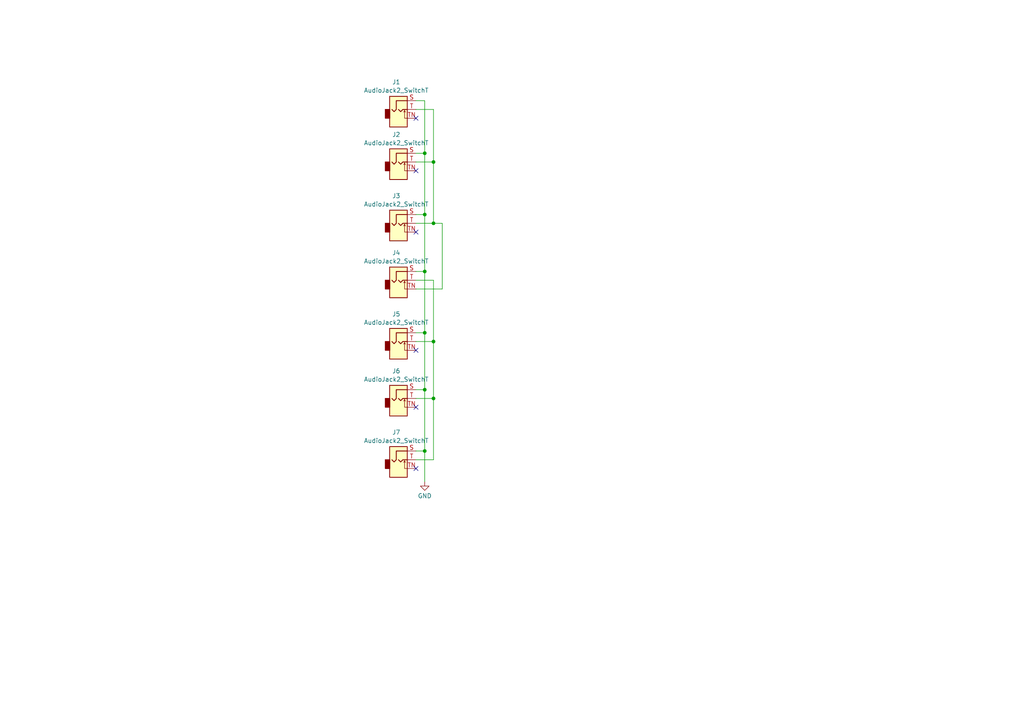
<source format=kicad_sch>
(kicad_sch
	(version 20231120)
	(generator "eeschema")
	(generator_version "8.0")
	(uuid "7ad7fa9d-347a-4bec-8ede-34dcb16853c3")
	(paper "A4")
	(lib_symbols
		(symbol "Connector_Audio:AudioJack2_SwitchT"
			(exclude_from_sim no)
			(in_bom yes)
			(on_board yes)
			(property "Reference" "J"
				(at 0 8.89 0)
				(effects
					(font
						(size 1.27 1.27)
					)
				)
			)
			(property "Value" "AudioJack2_SwitchT"
				(at 0 6.35 0)
				(effects
					(font
						(size 1.27 1.27)
					)
				)
			)
			(property "Footprint" ""
				(at 0 0 0)
				(effects
					(font
						(size 1.27 1.27)
					)
					(hide yes)
				)
			)
			(property "Datasheet" "~"
				(at 0 0 0)
				(effects
					(font
						(size 1.27 1.27)
					)
					(hide yes)
				)
			)
			(property "Description" "Audio Jack, 2 Poles (Mono / TS), Switched T Pole (Normalling)"
				(at 0 0 0)
				(effects
					(font
						(size 1.27 1.27)
					)
					(hide yes)
				)
			)
			(property "ki_keywords" "audio jack receptacle mono headphones phone TS connector"
				(at 0 0 0)
				(effects
					(font
						(size 1.27 1.27)
					)
					(hide yes)
				)
			)
			(property "ki_fp_filters" "Jack*"
				(at 0 0 0)
				(effects
					(font
						(size 1.27 1.27)
					)
					(hide yes)
				)
			)
			(symbol "AudioJack2_SwitchT_0_1"
				(rectangle
					(start -2.54 0)
					(end -3.81 -2.54)
					(stroke
						(width 0.254)
						(type default)
					)
					(fill
						(type outline)
					)
				)
				(polyline
					(pts
						(xy 1.778 -0.254) (xy 2.032 -0.762)
					)
					(stroke
						(width 0)
						(type default)
					)
					(fill
						(type none)
					)
				)
				(polyline
					(pts
						(xy 0 0) (xy 0.635 -0.635) (xy 1.27 0) (xy 2.54 0)
					)
					(stroke
						(width 0.254)
						(type default)
					)
					(fill
						(type none)
					)
				)
				(polyline
					(pts
						(xy 2.54 -2.54) (xy 1.778 -2.54) (xy 1.778 -0.254) (xy 1.524 -0.762)
					)
					(stroke
						(width 0)
						(type default)
					)
					(fill
						(type none)
					)
				)
				(polyline
					(pts
						(xy 2.54 2.54) (xy -0.635 2.54) (xy -0.635 0) (xy -1.27 -0.635) (xy -1.905 0)
					)
					(stroke
						(width 0.254)
						(type default)
					)
					(fill
						(type none)
					)
				)
				(rectangle
					(start 2.54 3.81)
					(end -2.54 -5.08)
					(stroke
						(width 0.254)
						(type default)
					)
					(fill
						(type background)
					)
				)
			)
			(symbol "AudioJack2_SwitchT_1_1"
				(pin passive line
					(at 5.08 2.54 180)
					(length 2.54)
					(name "~"
						(effects
							(font
								(size 1.27 1.27)
							)
						)
					)
					(number "S"
						(effects
							(font
								(size 1.27 1.27)
							)
						)
					)
				)
				(pin passive line
					(at 5.08 0 180)
					(length 2.54)
					(name "~"
						(effects
							(font
								(size 1.27 1.27)
							)
						)
					)
					(number "T"
						(effects
							(font
								(size 1.27 1.27)
							)
						)
					)
				)
				(pin passive line
					(at 5.08 -2.54 180)
					(length 2.54)
					(name "~"
						(effects
							(font
								(size 1.27 1.27)
							)
						)
					)
					(number "TN"
						(effects
							(font
								(size 1.27 1.27)
							)
						)
					)
				)
			)
		)
		(symbol "power:GND"
			(power)
			(pin_numbers hide)
			(pin_names
				(offset 0) hide)
			(exclude_from_sim no)
			(in_bom yes)
			(on_board yes)
			(property "Reference" "#PWR"
				(at 0 -6.35 0)
				(effects
					(font
						(size 1.27 1.27)
					)
					(hide yes)
				)
			)
			(property "Value" "GND"
				(at 0 -3.81 0)
				(effects
					(font
						(size 1.27 1.27)
					)
				)
			)
			(property "Footprint" ""
				(at 0 0 0)
				(effects
					(font
						(size 1.27 1.27)
					)
					(hide yes)
				)
			)
			(property "Datasheet" ""
				(at 0 0 0)
				(effects
					(font
						(size 1.27 1.27)
					)
					(hide yes)
				)
			)
			(property "Description" "Power symbol creates a global label with name \"GND\" , ground"
				(at 0 0 0)
				(effects
					(font
						(size 1.27 1.27)
					)
					(hide yes)
				)
			)
			(property "ki_keywords" "global power"
				(at 0 0 0)
				(effects
					(font
						(size 1.27 1.27)
					)
					(hide yes)
				)
			)
			(symbol "GND_0_1"
				(polyline
					(pts
						(xy 0 0) (xy 0 -1.27) (xy 1.27 -1.27) (xy 0 -2.54) (xy -1.27 -1.27) (xy 0 -1.27)
					)
					(stroke
						(width 0)
						(type default)
					)
					(fill
						(type none)
					)
				)
			)
			(symbol "GND_1_1"
				(pin power_in line
					(at 0 0 270)
					(length 0)
					(name "~"
						(effects
							(font
								(size 1.27 1.27)
							)
						)
					)
					(number "1"
						(effects
							(font
								(size 1.27 1.27)
							)
						)
					)
				)
			)
		)
	)
	(junction
		(at 125.73 64.77)
		(diameter 0)
		(color 0 0 0 0)
		(uuid "0202714a-4d13-4d1b-a636-990d510e9920")
	)
	(junction
		(at 123.19 96.52)
		(diameter 0)
		(color 0 0 0 0)
		(uuid "0d0d5756-eccd-4eeb-ae8d-cb4e5e4b3381")
	)
	(junction
		(at 125.73 46.99)
		(diameter 0)
		(color 0 0 0 0)
		(uuid "1c370da4-7a1b-4302-ac0c-2f8cdc620ecb")
	)
	(junction
		(at 123.19 130.81)
		(diameter 0)
		(color 0 0 0 0)
		(uuid "20ee8625-2b59-435d-8021-b50774fd5416")
	)
	(junction
		(at 125.73 115.57)
		(diameter 0)
		(color 0 0 0 0)
		(uuid "23899c08-27e8-4b24-8450-5168281ca2c5")
	)
	(junction
		(at 123.19 78.74)
		(diameter 0)
		(color 0 0 0 0)
		(uuid "3e8e83fb-e5c8-4492-a1b7-6df140b5c4b5")
	)
	(junction
		(at 123.19 62.23)
		(diameter 0)
		(color 0 0 0 0)
		(uuid "6db9dbe0-665d-4b54-9d96-7914dc32bb06")
	)
	(junction
		(at 125.73 99.06)
		(diameter 0)
		(color 0 0 0 0)
		(uuid "7cd74828-af06-4f54-81c8-c97078663c7f")
	)
	(junction
		(at 123.19 44.45)
		(diameter 0)
		(color 0 0 0 0)
		(uuid "92ba3c1c-d34d-4ad7-9994-203b4c841b56")
	)
	(junction
		(at 123.19 113.03)
		(diameter 0)
		(color 0 0 0 0)
		(uuid "f526d1a1-197f-4d8f-8b21-912f47c67b86")
	)
	(no_connect
		(at 120.65 34.29)
		(uuid "2b8cdf69-1913-4c85-ac92-8ff987dd1218")
	)
	(no_connect
		(at 120.65 49.53)
		(uuid "778a7c89-e238-409b-b787-fa09a904444c")
	)
	(no_connect
		(at 120.65 118.11)
		(uuid "7b7721fb-a281-4e47-8a19-d8b02eb4c67e")
	)
	(no_connect
		(at 120.65 101.6)
		(uuid "97975d16-758a-47b3-b239-0e3b1cdf00ef")
	)
	(no_connect
		(at 120.65 67.31)
		(uuid "b6b49810-e632-43b7-ab7e-393015408841")
	)
	(no_connect
		(at 120.65 135.89)
		(uuid "c745d78a-dce3-4e92-9045-9b4d9adca81f")
	)
	(wire
		(pts
			(xy 123.19 130.81) (xy 123.19 139.7)
		)
		(stroke
			(width 0)
			(type default)
		)
		(uuid "033cf6dd-f61f-4cea-a3d3-17136781e18d")
	)
	(wire
		(pts
			(xy 128.27 83.82) (xy 128.27 64.77)
		)
		(stroke
			(width 0)
			(type default)
		)
		(uuid "06d2050d-6483-4265-8300-6c77ea3ad49b")
	)
	(wire
		(pts
			(xy 123.19 29.21) (xy 120.65 29.21)
		)
		(stroke
			(width 0)
			(type default)
		)
		(uuid "15ddfc89-2892-4bf5-9669-fe2a79bb00e1")
	)
	(wire
		(pts
			(xy 128.27 64.77) (xy 125.73 64.77)
		)
		(stroke
			(width 0)
			(type default)
		)
		(uuid "32110240-cad5-4ed1-8a0a-bb4da557cfb0")
	)
	(wire
		(pts
			(xy 120.65 99.06) (xy 125.73 99.06)
		)
		(stroke
			(width 0)
			(type default)
		)
		(uuid "3ef9c7a5-24cf-4aa4-916c-cc56239805db")
	)
	(wire
		(pts
			(xy 120.65 64.77) (xy 125.73 64.77)
		)
		(stroke
			(width 0)
			(type default)
		)
		(uuid "5cf59438-8a56-48d8-952c-ecb28d3996fb")
	)
	(wire
		(pts
			(xy 120.65 46.99) (xy 125.73 46.99)
		)
		(stroke
			(width 0)
			(type default)
		)
		(uuid "6662c9db-8228-47e2-bbf2-9fde3aa2c0a4")
	)
	(wire
		(pts
			(xy 123.19 62.23) (xy 120.65 62.23)
		)
		(stroke
			(width 0)
			(type default)
		)
		(uuid "66f675e8-248a-40dc-af17-9ca3c44f8346")
	)
	(wire
		(pts
			(xy 125.73 133.35) (xy 120.65 133.35)
		)
		(stroke
			(width 0)
			(type default)
		)
		(uuid "68c72a9b-ea4e-4cc1-aa35-ee625af30a34")
	)
	(wire
		(pts
			(xy 120.65 78.74) (xy 123.19 78.74)
		)
		(stroke
			(width 0)
			(type default)
		)
		(uuid "7f8435ab-bcca-4b22-a05a-04c1e733068d")
	)
	(wire
		(pts
			(xy 120.65 81.28) (xy 125.73 81.28)
		)
		(stroke
			(width 0)
			(type default)
		)
		(uuid "80e0b0f3-2153-4e71-938f-1be5c337c624")
	)
	(wire
		(pts
			(xy 120.65 96.52) (xy 123.19 96.52)
		)
		(stroke
			(width 0)
			(type default)
		)
		(uuid "8c7e02e6-13b5-4f7f-8e0a-2c286bd64a9f")
	)
	(wire
		(pts
			(xy 123.19 62.23) (xy 123.19 78.74)
		)
		(stroke
			(width 0)
			(type default)
		)
		(uuid "900c5acc-093e-47b2-8b66-38aacb968050")
	)
	(wire
		(pts
			(xy 120.65 83.82) (xy 128.27 83.82)
		)
		(stroke
			(width 0)
			(type default)
		)
		(uuid "93022184-19d3-4660-9de3-23e23da04ad5")
	)
	(wire
		(pts
			(xy 125.73 31.75) (xy 125.73 46.99)
		)
		(stroke
			(width 0)
			(type default)
		)
		(uuid "950de786-2f7f-4ff9-af70-b266c08c5749")
	)
	(wire
		(pts
			(xy 120.65 115.57) (xy 125.73 115.57)
		)
		(stroke
			(width 0)
			(type default)
		)
		(uuid "a2dee1b3-482e-45cb-b0b1-e9366763b607")
	)
	(wire
		(pts
			(xy 123.19 44.45) (xy 123.19 62.23)
		)
		(stroke
			(width 0)
			(type default)
		)
		(uuid "a46d5728-4f23-43aa-9454-40cb6e2057d5")
	)
	(wire
		(pts
			(xy 123.19 130.81) (xy 123.19 113.03)
		)
		(stroke
			(width 0)
			(type default)
		)
		(uuid "c035fa7f-47de-4f03-b169-6f161d9f9c31")
	)
	(wire
		(pts
			(xy 125.73 81.28) (xy 125.73 99.06)
		)
		(stroke
			(width 0)
			(type default)
		)
		(uuid "c07ddd14-2d75-4a93-b4cc-15e2b6334e27")
	)
	(wire
		(pts
			(xy 123.19 96.52) (xy 123.19 78.74)
		)
		(stroke
			(width 0)
			(type default)
		)
		(uuid "c0b85d10-1d89-49bd-afa9-97e907f7bd41")
	)
	(wire
		(pts
			(xy 125.73 115.57) (xy 125.73 133.35)
		)
		(stroke
			(width 0)
			(type default)
		)
		(uuid "c16815c7-afcd-476e-85e9-6c2a0faade80")
	)
	(wire
		(pts
			(xy 120.65 31.75) (xy 125.73 31.75)
		)
		(stroke
			(width 0)
			(type default)
		)
		(uuid "cdc5180c-b08a-42a9-bcba-165296d734f9")
	)
	(wire
		(pts
			(xy 125.73 99.06) (xy 125.73 115.57)
		)
		(stroke
			(width 0)
			(type default)
		)
		(uuid "d6a21423-0adb-42cb-a604-c864da097c3c")
	)
	(wire
		(pts
			(xy 120.65 130.81) (xy 123.19 130.81)
		)
		(stroke
			(width 0)
			(type default)
		)
		(uuid "d85a2c68-703e-4496-87ca-0872c8302bb9")
	)
	(wire
		(pts
			(xy 123.19 113.03) (xy 120.65 113.03)
		)
		(stroke
			(width 0)
			(type default)
		)
		(uuid "de05c80a-afcf-44fe-a1d4-ba4544768776")
	)
	(wire
		(pts
			(xy 123.19 29.21) (xy 123.19 44.45)
		)
		(stroke
			(width 0)
			(type default)
		)
		(uuid "deeb6e82-3ad0-4f61-99bc-2fadb37b38d4")
	)
	(wire
		(pts
			(xy 123.19 113.03) (xy 123.19 96.52)
		)
		(stroke
			(width 0)
			(type default)
		)
		(uuid "eaeffbbd-bd01-4601-8f28-75a73c004324")
	)
	(wire
		(pts
			(xy 125.73 46.99) (xy 125.73 64.77)
		)
		(stroke
			(width 0)
			(type default)
		)
		(uuid "f653a221-7d66-4f85-a1a8-ce4b2c2a2631")
	)
	(wire
		(pts
			(xy 123.19 44.45) (xy 120.65 44.45)
		)
		(stroke
			(width 0)
			(type default)
		)
		(uuid "fde072c9-5f07-48e2-87e7-24f70a8dbb69")
	)
	(symbol
		(lib_id "Connector_Audio:AudioJack2_SwitchT")
		(at 115.57 46.99 0)
		(unit 1)
		(exclude_from_sim no)
		(in_bom yes)
		(on_board yes)
		(dnp no)
		(fields_autoplaced yes)
		(uuid "26115198-10b8-4779-80b0-1971ca4237dc")
		(property "Reference" "J2"
			(at 114.935 39.0355 0)
			(effects
				(font
					(size 1.27 1.27)
				)
			)
		)
		(property "Value" "AudioJack2_SwitchT"
			(at 114.935 41.4598 0)
			(effects
				(font
					(size 1.27 1.27)
				)
			)
		)
		(property "Footprint" "BYOM_General:Jack_3.5mm_QingPu_WQP-PJ398SM_Vertical"
			(at 115.57 46.99 0)
			(effects
				(font
					(size 1.27 1.27)
				)
				(hide yes)
			)
		)
		(property "Datasheet" "~"
			(at 115.57 46.99 0)
			(effects
				(font
					(size 1.27 1.27)
				)
				(hide yes)
			)
		)
		(property "Description" "Audio Jack, 2 Poles (Mono / TS), Switched T Pole (Normalling)"
			(at 115.57 46.99 0)
			(effects
				(font
					(size 1.27 1.27)
				)
				(hide yes)
			)
		)
		(pin "T"
			(uuid "0bc9b8a6-12a5-4238-94f0-2c4fddd1f6cd")
		)
		(pin "S"
			(uuid "b1324273-6525-42be-a9c3-252413e02486")
		)
		(pin "TN"
			(uuid "a1e098ee-0d42-43e3-a649-da587a9550bb")
		)
		(instances
			(project "EuroClack_mult_main_board"
				(path "/7ad7fa9d-347a-4bec-8ede-34dcb16853c3"
					(reference "J2")
					(unit 1)
				)
			)
		)
	)
	(symbol
		(lib_id "Connector_Audio:AudioJack2_SwitchT")
		(at 115.57 64.77 0)
		(unit 1)
		(exclude_from_sim no)
		(in_bom yes)
		(on_board yes)
		(dnp no)
		(fields_autoplaced yes)
		(uuid "53efef64-8258-4e33-94c7-e1dd017d284d")
		(property "Reference" "J3"
			(at 114.935 56.8155 0)
			(effects
				(font
					(size 1.27 1.27)
				)
			)
		)
		(property "Value" "AudioJack2_SwitchT"
			(at 114.935 59.2398 0)
			(effects
				(font
					(size 1.27 1.27)
				)
			)
		)
		(property "Footprint" "BYOM_General:Jack_3.5mm_QingPu_WQP-PJ398SM_Vertical"
			(at 115.57 64.77 0)
			(effects
				(font
					(size 1.27 1.27)
				)
				(hide yes)
			)
		)
		(property "Datasheet" "~"
			(at 115.57 64.77 0)
			(effects
				(font
					(size 1.27 1.27)
				)
				(hide yes)
			)
		)
		(property "Description" "Audio Jack, 2 Poles (Mono / TS), Switched T Pole (Normalling)"
			(at 115.57 64.77 0)
			(effects
				(font
					(size 1.27 1.27)
				)
				(hide yes)
			)
		)
		(pin "T"
			(uuid "863f3d02-ec34-4719-ab9c-7f7734f2b4f4")
		)
		(pin "S"
			(uuid "d8df2540-8456-4b6c-a122-c04d408031c7")
		)
		(pin "TN"
			(uuid "824850fa-2f57-4b16-9954-f9b1f104654a")
		)
		(instances
			(project "EuroClack_mult_main_board"
				(path "/7ad7fa9d-347a-4bec-8ede-34dcb16853c3"
					(reference "J3")
					(unit 1)
				)
			)
		)
	)
	(symbol
		(lib_id "Connector_Audio:AudioJack2_SwitchT")
		(at 115.57 133.35 0)
		(unit 1)
		(exclude_from_sim no)
		(in_bom yes)
		(on_board yes)
		(dnp no)
		(fields_autoplaced yes)
		(uuid "5718d793-da0a-440c-8430-3fd56fb75b89")
		(property "Reference" "J7"
			(at 114.935 125.3955 0)
			(effects
				(font
					(size 1.27 1.27)
				)
			)
		)
		(property "Value" "AudioJack2_SwitchT"
			(at 114.935 127.8198 0)
			(effects
				(font
					(size 1.27 1.27)
				)
			)
		)
		(property "Footprint" "BYOM_General:Jack_3.5mm_QingPu_WQP-PJ398SM_Vertical"
			(at 115.57 133.35 0)
			(effects
				(font
					(size 1.27 1.27)
				)
				(hide yes)
			)
		)
		(property "Datasheet" "~"
			(at 115.57 133.35 0)
			(effects
				(font
					(size 1.27 1.27)
				)
				(hide yes)
			)
		)
		(property "Description" "Audio Jack, 2 Poles (Mono / TS), Switched T Pole (Normalling)"
			(at 115.57 133.35 0)
			(effects
				(font
					(size 1.27 1.27)
				)
				(hide yes)
			)
		)
		(pin "T"
			(uuid "7f84144a-8d34-414a-9234-fe8f27da6a0a")
		)
		(pin "S"
			(uuid "96bfdae9-68f7-4ad8-9194-9ab4206a34af")
		)
		(pin "TN"
			(uuid "ed918d56-7ad8-40f8-a090-0f37cc41173e")
		)
		(instances
			(project "EuroClack_mult_main_board"
				(path "/7ad7fa9d-347a-4bec-8ede-34dcb16853c3"
					(reference "J7")
					(unit 1)
				)
			)
		)
	)
	(symbol
		(lib_id "Connector_Audio:AudioJack2_SwitchT")
		(at 115.57 115.57 0)
		(unit 1)
		(exclude_from_sim no)
		(in_bom yes)
		(on_board yes)
		(dnp no)
		(fields_autoplaced yes)
		(uuid "b7a13b8c-fcd1-4d40-8b9b-186379b2af52")
		(property "Reference" "J6"
			(at 114.935 107.6155 0)
			(effects
				(font
					(size 1.27 1.27)
				)
			)
		)
		(property "Value" "AudioJack2_SwitchT"
			(at 114.935 110.0398 0)
			(effects
				(font
					(size 1.27 1.27)
				)
			)
		)
		(property "Footprint" "BYOM_General:Jack_3.5mm_QingPu_WQP-PJ398SM_Vertical"
			(at 115.57 115.57 0)
			(effects
				(font
					(size 1.27 1.27)
				)
				(hide yes)
			)
		)
		(property "Datasheet" "~"
			(at 115.57 115.57 0)
			(effects
				(font
					(size 1.27 1.27)
				)
				(hide yes)
			)
		)
		(property "Description" "Audio Jack, 2 Poles (Mono / TS), Switched T Pole (Normalling)"
			(at 115.57 115.57 0)
			(effects
				(font
					(size 1.27 1.27)
				)
				(hide yes)
			)
		)
		(pin "T"
			(uuid "a3b22101-5451-468c-a214-817c065069dc")
		)
		(pin "S"
			(uuid "5fb94a3a-9ba1-490d-a892-f131e2e26421")
		)
		(pin "TN"
			(uuid "c56542c5-1da5-48a9-8d93-400444624c28")
		)
		(instances
			(project "EuroClack_mult_main_board"
				(path "/7ad7fa9d-347a-4bec-8ede-34dcb16853c3"
					(reference "J6")
					(unit 1)
				)
			)
		)
	)
	(symbol
		(lib_id "Connector_Audio:AudioJack2_SwitchT")
		(at 115.57 31.75 0)
		(unit 1)
		(exclude_from_sim no)
		(in_bom yes)
		(on_board yes)
		(dnp no)
		(fields_autoplaced yes)
		(uuid "bfc05524-e2b8-4fbf-8385-9928d2383c2a")
		(property "Reference" "J1"
			(at 114.935 23.7955 0)
			(effects
				(font
					(size 1.27 1.27)
				)
			)
		)
		(property "Value" "AudioJack2_SwitchT"
			(at 114.935 26.2198 0)
			(effects
				(font
					(size 1.27 1.27)
				)
			)
		)
		(property "Footprint" "BYOM_General:Jack_3.5mm_QingPu_WQP-PJ398SM_Vertical"
			(at 115.57 31.75 0)
			(effects
				(font
					(size 1.27 1.27)
				)
				(hide yes)
			)
		)
		(property "Datasheet" "~"
			(at 115.57 31.75 0)
			(effects
				(font
					(size 1.27 1.27)
				)
				(hide yes)
			)
		)
		(property "Description" "Audio Jack, 2 Poles (Mono / TS), Switched T Pole (Normalling)"
			(at 115.57 31.75 0)
			(effects
				(font
					(size 1.27 1.27)
				)
				(hide yes)
			)
		)
		(pin "T"
			(uuid "b5c27e97-4b95-43f5-b749-0020be1349e7")
		)
		(pin "S"
			(uuid "8f108396-3f5d-44ad-bf69-2ebbf73238ca")
		)
		(pin "TN"
			(uuid "20cd6a27-c3a3-4700-b847-f4d2389d1c51")
		)
		(instances
			(project "EuroClack_mult_main_board"
				(path "/7ad7fa9d-347a-4bec-8ede-34dcb16853c3"
					(reference "J1")
					(unit 1)
				)
			)
		)
	)
	(symbol
		(lib_id "Connector_Audio:AudioJack2_SwitchT")
		(at 115.57 81.28 0)
		(unit 1)
		(exclude_from_sim no)
		(in_bom yes)
		(on_board yes)
		(dnp no)
		(fields_autoplaced yes)
		(uuid "c500fb3d-7519-48b6-b826-48a6c6ddab4e")
		(property "Reference" "J4"
			(at 114.935 73.3255 0)
			(effects
				(font
					(size 1.27 1.27)
				)
			)
		)
		(property "Value" "AudioJack2_SwitchT"
			(at 114.935 75.7498 0)
			(effects
				(font
					(size 1.27 1.27)
				)
			)
		)
		(property "Footprint" "BYOM_General:Jack_3.5mm_QingPu_WQP-PJ398SM_Vertical"
			(at 115.57 81.28 0)
			(effects
				(font
					(size 1.27 1.27)
				)
				(hide yes)
			)
		)
		(property "Datasheet" "~"
			(at 115.57 81.28 0)
			(effects
				(font
					(size 1.27 1.27)
				)
				(hide yes)
			)
		)
		(property "Description" "Audio Jack, 2 Poles (Mono / TS), Switched T Pole (Normalling)"
			(at 115.57 81.28 0)
			(effects
				(font
					(size 1.27 1.27)
				)
				(hide yes)
			)
		)
		(pin "T"
			(uuid "0d597f66-a8ad-4c68-a6d6-f62ff983fa55")
		)
		(pin "S"
			(uuid "3d53048b-fcf6-438d-9716-aa2d2f726df0")
		)
		(pin "TN"
			(uuid "432ac47d-079c-46b3-8836-ac8846f1e104")
		)
		(instances
			(project "EuroClack_mult_main_board"
				(path "/7ad7fa9d-347a-4bec-8ede-34dcb16853c3"
					(reference "J4")
					(unit 1)
				)
			)
		)
	)
	(symbol
		(lib_id "power:GND")
		(at 123.19 139.7 0)
		(unit 1)
		(exclude_from_sim no)
		(in_bom yes)
		(on_board yes)
		(dnp no)
		(fields_autoplaced yes)
		(uuid "d1350110-d54b-43e9-88e0-3fae8b015d99")
		(property "Reference" "#PWR01"
			(at 123.19 146.05 0)
			(effects
				(font
					(size 1.27 1.27)
				)
				(hide yes)
			)
		)
		(property "Value" "GND"
			(at 123.19 143.8331 0)
			(effects
				(font
					(size 1.27 1.27)
				)
			)
		)
		(property "Footprint" ""
			(at 123.19 139.7 0)
			(effects
				(font
					(size 1.27 1.27)
				)
				(hide yes)
			)
		)
		(property "Datasheet" ""
			(at 123.19 139.7 0)
			(effects
				(font
					(size 1.27 1.27)
				)
				(hide yes)
			)
		)
		(property "Description" "Power symbol creates a global label with name \"GND\" , ground"
			(at 123.19 139.7 0)
			(effects
				(font
					(size 1.27 1.27)
				)
				(hide yes)
			)
		)
		(pin "1"
			(uuid "3dd58181-1f92-4169-ad5e-848d64f9c7af")
		)
		(instances
			(project "EuroClack_mult_main_board"
				(path "/7ad7fa9d-347a-4bec-8ede-34dcb16853c3"
					(reference "#PWR01")
					(unit 1)
				)
			)
		)
	)
	(symbol
		(lib_id "Connector_Audio:AudioJack2_SwitchT")
		(at 115.57 99.06 0)
		(unit 1)
		(exclude_from_sim no)
		(in_bom yes)
		(on_board yes)
		(dnp no)
		(fields_autoplaced yes)
		(uuid "ea6a95a1-9eb2-4b48-a54e-b9bc3b09274e")
		(property "Reference" "J5"
			(at 114.935 91.1055 0)
			(effects
				(font
					(size 1.27 1.27)
				)
			)
		)
		(property "Value" "AudioJack2_SwitchT"
			(at 114.935 93.5298 0)
			(effects
				(font
					(size 1.27 1.27)
				)
			)
		)
		(property "Footprint" "BYOM_General:Jack_3.5mm_QingPu_WQP-PJ398SM_Vertical"
			(at 115.57 99.06 0)
			(effects
				(font
					(size 1.27 1.27)
				)
				(hide yes)
			)
		)
		(property "Datasheet" "~"
			(at 115.57 99.06 0)
			(effects
				(font
					(size 1.27 1.27)
				)
				(hide yes)
			)
		)
		(property "Description" "Audio Jack, 2 Poles (Mono / TS), Switched T Pole (Normalling)"
			(at 115.57 99.06 0)
			(effects
				(font
					(size 1.27 1.27)
				)
				(hide yes)
			)
		)
		(pin "T"
			(uuid "ce3ee0f8-fb4f-4bac-a3bb-5a0815080e22")
		)
		(pin "S"
			(uuid "8ab3ac63-e94a-4ee9-aacd-35b5a61cc519")
		)
		(pin "TN"
			(uuid "76ec4a02-5c37-4b97-8c0e-096b5ff733ae")
		)
		(instances
			(project "EuroClack_mult_main_board"
				(path "/7ad7fa9d-347a-4bec-8ede-34dcb16853c3"
					(reference "J5")
					(unit 1)
				)
			)
		)
	)
	(sheet_instances
		(path "/"
			(page "1")
		)
	)
)

</source>
